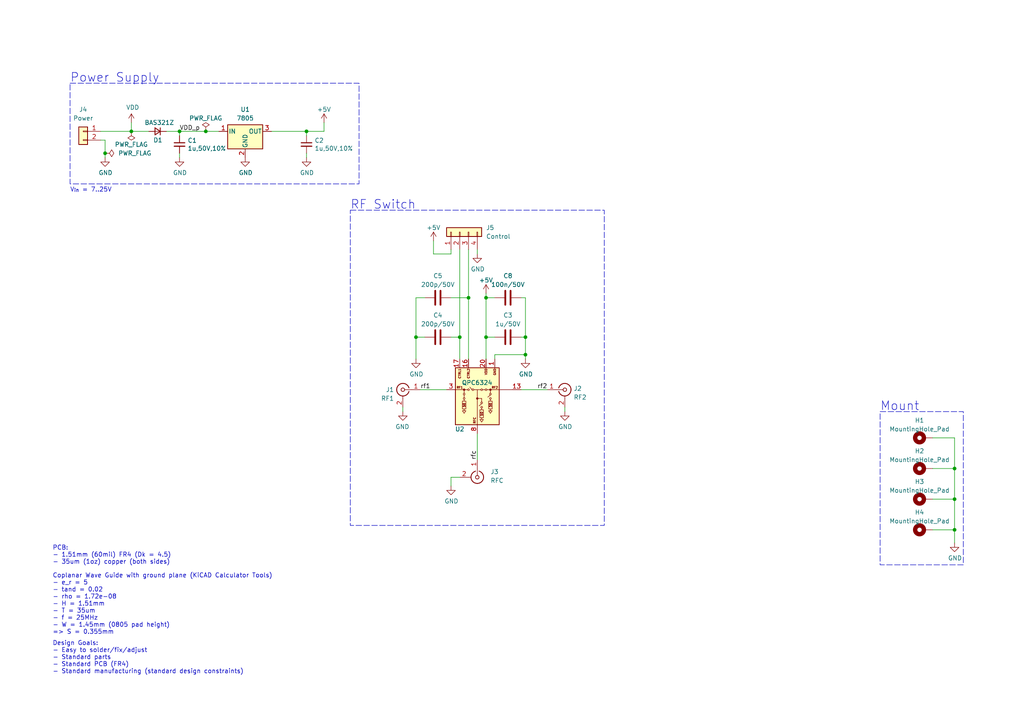
<source format=kicad_sch>
(kicad_sch (version 20230121) (generator eeschema)
  (paper "A4")
  (title_block (title "T/R Switch") (date "2023-06-19") (rev "1") (company "ETH Zürich") (comment 1 "Maximilian Stabel") (comment 2 "Based on the Qorvo Evaluation Board for the QPC6324"))
  (lib_symbols
    (symbol "Connector:Conn_Coaxial" (pin_names (offset 1.016) hide)
      (property "Reference" "J" (at 0.254 3.048 0))
      (property "Value" "Conn_Coaxial" (at 2.921 0 90))
      (symbol "Conn_Coaxial_0_1"
        (arc (start -1.778 -0.508) (mid 0.2311 -1.8066) (end 1.778 0) (stroke (width 0.254)))
        (polyline (pts (xy -2.54 0) (xy -0.508 0)))
        (polyline (pts (xy 0 -2.54) (xy 0 -1.778)))
        (circle (center 0 0) (radius 0.508) (stroke (width 0.2032)))
        (arc (start 1.778 0) (mid 0.2099 1.8101) (end -1.778 0.508) (stroke (width 0.254)))
      )
      (symbol "Conn_Coaxial_1_1"
        (pin passive line (at -5.08 0 0) (length 2.54) (name "In") (number "1"))
        (pin passive line (at 0 -5.08 90) (length 2.54) (name "Ext") (number "2"))
      )
    )
    (symbol "Connector_Generic:Conn_01x02" (pin_names (offset 1.016) hide)
      (property "Reference" "J" (at 0 2.54 0))
      (property "Value" "Conn_01x02" (at 0 -5.08 0))
      (symbol "Conn_01x02_1_1"
        (rectangle (start -1.27 -2.413) (end 0 -2.667) (stroke (width 0.1524)))
        (rectangle (start -1.27 0.127) (end 0 -0.127) (stroke (width 0.1524)))
        (rectangle (start -1.27 1.27) (end 1.27 -3.81) (stroke (width 0.254)) (fill (type background)))
        (pin passive line (at -5.08 0 0) (length 3.81) (name "Pin_1") (number "1"))
        (pin passive line (at -5.08 -2.54 0) (length 3.81) (name "Pin_2") (number "2"))
      )
    )
    (symbol "Connector_Generic:Conn_01x04" (pin_names (offset 1.016) hide)
      (property "Reference" "J" (at 0 5.08 0))
      (property "Value" "Conn_01x04" (at 0 -7.62 0))
      (symbol "Conn_01x04_1_1"
        (rectangle (start -1.27 -4.953) (end 0 -5.207) (stroke (width 0.1524)))
        (rectangle (start -1.27 -2.413) (end 0 -2.667) (stroke (width 0.1524)))
        (rectangle (start -1.27 0.127) (end 0 -0.127) (stroke (width 0.1524)))
        (rectangle (start -1.27 2.667) (end 0 2.413) (stroke (width 0.1524)))
        (rectangle (start -1.27 3.81) (end 1.27 -6.35) (stroke (width 0.254)) (fill (type background)))
        (pin passive line (at -5.08 2.54 0) (length 3.81) (name "Pin_1") (number "1"))
        (pin passive line (at -5.08 0 0) (length 3.81) (name "Pin_2") (number "2"))
        (pin passive line (at -5.08 -2.54 0) (length 3.81) (name "Pin_3") (number "3"))
        (pin passive line (at -5.08 -5.08 0) (length 3.81) (name "Pin_4") (number "4"))
      )
    )
    (symbol "Device:C" (pin_numbers hide) (pin_names (offset 0.254))
      (property "Reference" "C" (at 0.635 2.54 0))
      (property "Value" "C" (at 0.635 -2.54 0))
      (symbol "C_0_1"
        (polyline (pts (xy -2.032 -0.762) (xy 2.032 -0.762)) (stroke (width 0.508)))
        (polyline (pts (xy -2.032 0.762) (xy 2.032 0.762)) (stroke (width 0.508)))
      )
      (symbol "C_1_1"
        (pin passive line (at 0 3.81 270) (length 2.794) (name "~") (number "1"))
        (pin passive line (at 0 -3.81 90) (length 2.794) (name "~") (number "2"))
      )
    )
    (symbol "Device:C_Small" (pin_numbers hide) (pin_names (offset 0.254) hide)
      (property "Reference" "C" (at 0.254 1.778 0))
      (property "Value" "C_Small" (at 0.254 -2.032 0))
      (symbol "C_Small_0_1"
        (polyline (pts (xy -1.524 -0.508) (xy 1.524 -0.508)) (stroke (width 0.3302)))
        (polyline (pts (xy -1.524 0.508) (xy 1.524 0.508)) (stroke (width 0.3048)))
      )
      (symbol "C_Small_1_1"
        (pin passive line (at 0 2.54 270) (length 2.032) (name "~") (number "1"))
        (pin passive line (at 0 -2.54 90) (length 2.032) (name "~") (number "2"))
      )
    )
    (symbol "Device:D_Small" (pin_numbers hide) (pin_names (offset 0.254) hide)
      (property "Reference" "D" (at -1.27 2.032 0))
      (property "Value" "D_Small" (at -3.81 -2.032 0))
      (symbol "D_Small_0_1"
        (polyline (pts (xy -0.762 -1.016) (xy -0.762 1.016)) (stroke (width 0.254)))
        (polyline (pts (xy -0.762 0) (xy 0.762 0)))
        (polyline (pts (xy 0.762 -1.016) (xy -0.762 0) (xy 0.762 1.016) (xy 0.762 -1.016)) (stroke (width 0.254)))
      )
      (symbol "D_Small_1_1"
        (pin passive line (at -2.54 0 0) (length 1.778) (name "K") (number "1"))
        (pin passive line (at 2.54 0 180) (length 1.778) (name "A") (number "2"))
      )
    )
    (symbol "Mechanical:MountingHole_Pad" (pin_numbers hide) (pin_names (offset 1.016) hide)
      (property "Reference" "H" (at 0 6.35 0))
      (property "Value" "MountingHole_Pad" (at 0 4.445 0))
      (symbol "MountingHole_Pad_0_1"
        (circle (center 0 1.27) (radius 1.27) (stroke (width 1.27)))
      )
      (symbol "MountingHole_Pad_1_1"
        (pin input line (at 0 -2.54 90) (length 2.54) (name "1") (number "1"))
      )
    )
    (symbol "Regulator_Linear:L7805" (pin_names (offset 0.254))
      (property "Reference" "U" (at -3.81 3.175 0))
      (property "Value" "L7805" (at 0 3.175 0))
      (symbol "L7805_0_1"
        (rectangle (start -5.08 1.905) (end 5.08 -5.08) (stroke (width 0.254)) (fill (type background)))
      )
      (symbol "L7805_1_1"
        (pin power_in line (at -7.62 0 0) (length 2.54) (name "IN") (number "1"))
        (pin power_in line (at 0 -7.62 90) (length 2.54) (name "GND") (number "2"))
        (pin power_out line (at 7.62 0 180) (length 2.54) (name "OUT") (number "3"))
      )
    )
    (symbol "power:+5V" (power) (pin_names (offset 0))
      (property "Value" "+5V" (at 0 3.556 0))
      (symbol "+5V_0_1"
        (polyline (pts (xy -0.762 1.27) (xy 0 2.54)))
        (polyline (pts (xy 0 0) (xy 0 2.54)))
        (polyline (pts (xy 0 2.54) (xy 0.762 1.27)))
      )
      (symbol "+5V_1_1"
        (pin power_in line (at 0 0 90) (length 0) hide (name "+5V") (number "1"))
      )
    )
    (symbol "power:GND" (power) (pin_names (offset 0))
      (property "Value" "GND" (at 0 -3.81 0))
      (symbol "GND_0_1"
        (polyline (pts (xy 0 0) (xy 0 -1.27) (xy 1.27 -1.27) (xy 0 -2.54) (xy -1.27 -1.27) (xy 0 -1.27)))
      )
      (symbol "GND_1_1"
        (pin power_in line (at 0 0 270) (length 0) hide (name "GND") (number "1"))
      )
    )
    (symbol "power:PWR_FLAG" (power) (pin_numbers hide) (pin_names (offset 0) hide)
      (property "Value" "PWR_FLAG" (at 0 3.81 0))
      (symbol "PWR_FLAG_0_0"
        (pin power_out line (at 0 0 90) (length 0) (name "pwr") (number "1"))
      )
      (symbol "PWR_FLAG_0_1"
        (polyline (pts (xy 0 0) (xy 0 1.27) (xy -1.016 1.905) (xy 0 2.54) (xy 1.016 1.905) (xy 0 1.27)))
      )
    )
    (symbol "power:VDD" (power) (pin_names (offset 0))
      (property "Value" "VDD" (at 0 3.81 0))
      (symbol "VDD_0_1"
        (polyline (pts (xy -0.762 1.27) (xy 0 2.54)))
        (polyline (pts (xy 0 0) (xy 0 2.54)))
        (polyline (pts (xy 0 2.54) (xy 0.762 1.27)))
      )
      (symbol "VDD_1_1"
        (pin power_in line (at 0 0 90) (length 0) hide (name "VDD") (number "1"))
      )
    )
    (symbol "tr_switch:QPC6324"
      (property "Reference" "U" (at -6.35 -10.541 0))
      (property "Value" "QPC6324" (at 0 1.905 0))
      (symbol "QPC6324_0_0"
        (text "50" (at -3.81 -4.445 900) (effects (font (size 0.635 0.635))))
        (text "50" (at 1.27 -6.985 900) (effects (font (size 0.635 0.635))))
        (text "50" (at 3.81 -4.445 900) (effects (font (size 0.635 0.635))))
      )
      (symbol "QPC6324_0_1"
        (rectangle (start -6.35 6.35) (end 6.35 -10.16) (stroke (width 0.254)) (fill (type background)))
        (rectangle (start -4.318 -3.302) (end -3.302 -5.588))
        (circle (center -3.81 -2.54) (radius 0.254))
        (circle (center -3.81 -1.27) (radius 0.254))
        (circle (center -3.81 0) (radius 0.254) (fill (type outline)))
        (circle (center -2.54 0) (radius 0.254))
        (circle (center -1.27 0) (radius 0.254))
        (circle (center 0 -2.54) (radius 0.254) (fill (type outline)))
        (polyline (pts (xy -3.81 -2.794) (xy -3.81 -3.302)))
        (polyline (pts (xy -3.81 -1.016) (xy -3.81 0)))
        (polyline (pts (xy -2.794 0) (xy -6.35 0)))
        (polyline (pts (xy -1.524 0) (xy -2.159 0.762)))
        (polyline (pts (xy -1.016 0) (xy 1.016 0)))
        (polyline (pts (xy 0 0) (xy 0 -10.16)))
        (polyline (pts (xy 1.27 -5.334) (xy 1.27 -5.842)))
        (polyline (pts (xy 1.27 -4.064) (xy 0.508 -4.699)))
        (polyline (pts (xy 1.27 -3.556) (xy 1.27 -2.54)))
        (polyline (pts (xy 1.27 -2.54) (xy 0 -2.54)))
        (polyline (pts (xy 1.524 0) (xy 2.286 0)))
        (polyline (pts (xy 2.794 0) (xy 10.16 0)))
        (polyline (pts (xy 3.81 -2.794) (xy 3.81 -3.302)))
        (polyline (pts (xy 3.81 -1.524) (xy 3.048 -2.159)))
        (polyline (pts (xy 3.81 -1.016) (xy 3.81 0)))
        (polyline (pts (xy -3.81 -5.588) (xy -3.81 -6.096) (xy -4.318 -6.096) (xy -3.81 -6.858) (xy -3.302 -6.096) (xy -3.81 -6.096)))
        (polyline (pts (xy 1.27 -8.128) (xy 1.27 -8.636) (xy 0.762 -8.636) (xy 1.27 -9.398) (xy 1.778 -8.636) (xy 1.27 -8.636)))
        (polyline (pts (xy 3.81 -5.588) (xy 3.81 -6.096) (xy 3.302 -6.096) (xy 3.81 -6.858) (xy 4.318 -6.096) (xy 3.81 -6.096)))
        (rectangle (start 0.762 -5.842) (end 1.778 -8.128))
        (circle (center 1.27 -5.08) (radius 0.254))
        (circle (center 1.27 -3.81) (radius 0.254))
        (circle (center 1.27 0) (radius 0.254))
        (circle (center 2.54 0) (radius 0.254))
        (rectangle (start 3.302 -3.302) (end 4.318 -5.588))
        (circle (center 3.81 -2.54) (radius 0.254))
        (circle (center 3.81 -1.27) (radius 0.254))
        (circle (center 3.81 0) (radius 0.254) (fill (type outline)))
      )
      (symbol "QPC6324_1_1"
        (polyline (pts (xy -3.81 -1.524) (xy -3.81 -2.286)))
        (text "CTRL1" (at -5.08 6.223 900) (effects (font (size 0.635 0.635)) (justify right)))
        (text "CTRL2" (at -2.54 6.223 900) (effects (font (size 0.635 0.635)) (justify right)))
        (text "GND" (at 5.08 6.223 900) (effects (font (size 0.635 0.635)) (justify right)))
        (text "RF1" (at -5.08 0.635 0) (effects (font (size 0.635 0.635))))
        (text "RF2" (at 5.08 0.635 0) (effects (font (size 0.635 0.635))))
        (text "RFC" (at -0.762 -8.89 900) (effects (font (size 0.635 0.635))))
        (text "VDD" (at 2.54 6.223 900) (effects (font (size 0.635 0.635)) (justify right)))
        (pin power_in line (at 5.08 8.89 270) (length 2.54) (name "") (number "1"))
        (pin passive line (at 5.08 8.89 270) (length 2.54) hide (name "GND") (number "10"))
        (pin passive line (at 5.08 8.89 270) (length 2.54) hide (name "GND") (number "11"))
        (pin passive line (at 5.08 8.89 270) (length 2.54) hide (name "GND") (number "12"))
        (pin passive line (at 12.7 0 180) (length 2.54) (name "") (number "13"))
        (pin passive line (at 5.08 8.89 270) (length 2.54) hide (name "GND") (number "14"))
        (pin passive line (at 5.08 8.89 270) (length 2.54) hide (name "GND") (number "15"))
        (pin input line (at -2.54 8.89 270) (length 2.54) (name "") (number "16"))
        (pin input line (at -5.08 8.89 270) (length 2.54) (name "") (number "17"))
        (pin passive line (at 5.08 8.89 270) (length 2.54) hide (name "GND") (number "18"))
        (pin passive line (at 5.08 8.89 270) (length 2.54) hide (name "GND") (number "19"))
        (pin passive line (at 5.08 8.89 270) (length 2.54) hide (name "GND") (number "2"))
        (pin no_connect line (at 12.7 -5.08 180) (length 2.54) hide (name "NC") (number "2"))
        (pin power_in line (at 2.54 8.89 270) (length 2.54) (name "") (number "20"))
        (pin passive line (at 5.08 8.89 270) (length 2.54) hide (name "GND") (number "21"))
        (pin passive line (at -8.89 0 0) (length 2.54) (name "") (number "3"))
        (pin passive line (at 5.08 8.89 270) (length 2.54) hide (name "GND") (number "4"))
        (pin passive line (at 5.08 8.89 270) (length 2.54) hide (name "GND") (number "5"))
        (pin passive line (at 5.08 8.89 270) (length 2.54) hide (name "GND") (number "6"))
        (pin passive line (at 5.08 8.89 270) (length 2.54) hide (name "GND") (number "7"))
        (pin passive line (at 0 -12.7 90) (length 2.54) (name "") (number "8"))
        (pin passive line (at 5.08 8.89 270) (length 2.54) hide (name "GND") (number "9"))
      )
    )
  )
  (junction (at 52.07 38.1))
  (junction (at 152.4 97.79))
  (junction (at 38.1 38.1))
  (junction (at 30.48 44.45))
  (junction (at 152.4 102.87))
  (junction (at 59.69 38.1))
  (junction (at 140.97 86.36))
  (junction (at 135.89 86.36))
  (junction (at 133.35 97.79))
  (junction (at 120.65 97.79))
  (junction (at 276.86 153.67))
  (junction (at 276.86 135.89))
  (junction (at 140.97 97.79))
  (junction (at 276.86 144.78))
  (junction (at 88.9 38.1))
  (wire (pts (xy 125.73 69.85) (xy 125.73 73.66)))
  (wire (pts (xy 38.1 38.1) (xy 43.18 38.1)))
  (wire (pts (xy 276.86 135.89) (xy 276.86 144.78)))
  (wire (pts (xy 152.4 97.79) (xy 152.4 102.87)))
  (wire (pts (xy 140.97 97.79) (xy 140.97 104.14)))
  (wire (pts (xy 116.84 118.11) (xy 116.84 119.38)))
  (wire (pts (xy 52.07 39.37) (xy 52.07 38.1)))
  (wire (pts (xy 135.89 72.39) (xy 135.89 86.36)))
  (wire (pts (xy 93.98 35.56) (xy 93.98 38.1)))
  (wire (pts (xy 78.74 38.1) (xy 88.9 38.1)))
  (wire (pts (xy 48.26 38.1) (xy 52.07 38.1)))
  (wire (pts (xy 133.35 97.79) (xy 133.35 104.14)))
  (wire (pts (xy 135.89 86.36) (xy 135.89 104.14)))
  (wire (pts (xy 152.4 86.36) (xy 151.13 86.36)))
  (wire (pts (xy 130.81 140.97) (xy 130.81 138.43)))
  (wire (pts (xy 163.83 118.11) (xy 163.83 119.38)))
  (wire (pts (xy 88.9 39.37) (xy 88.9 38.1)))
  (wire (pts (xy 152.4 102.87) (xy 152.4 104.14)))
  (wire (pts (xy 52.07 38.1) (xy 59.69 38.1)))
  (wire (pts (xy 140.97 86.36) (xy 140.97 97.79)))
  (wire (pts (xy 140.97 86.36) (xy 143.51 86.36)))
  (wire (pts (xy 140.97 97.79) (xy 143.51 97.79)))
  (wire (pts (xy 120.65 104.14) (xy 120.65 97.79)))
  (wire (pts (xy 30.48 40.64) (xy 29.21 40.64)))
  (wire (pts (xy 130.81 138.43) (xy 133.35 138.43)))
  (wire (pts (xy 138.43 72.39) (xy 138.43 73.66)))
  (wire (pts (xy 125.73 73.66) (xy 130.81 73.66)))
  (wire (pts (xy 276.86 127) (xy 276.86 135.89)))
  (wire (pts (xy 93.98 38.1) (xy 88.9 38.1)))
  (wire (pts (xy 270.51 144.78) (xy 276.86 144.78)))
  (wire (pts (xy 130.81 73.66) (xy 130.81 72.39)))
  (wire (pts (xy 152.4 97.79) (xy 152.4 86.36)))
  (wire (pts (xy 121.92 113.03) (xy 129.54 113.03)))
  (wire (pts (xy 130.81 97.79) (xy 133.35 97.79)))
  (wire (pts (xy 120.65 97.79) (xy 120.65 86.36)))
  (wire (pts (xy 151.13 97.79) (xy 152.4 97.79)))
  (wire (pts (xy 270.51 127) (xy 276.86 127)))
  (wire (pts (xy 276.86 153.67) (xy 276.86 157.48)))
  (wire (pts (xy 143.51 102.87) (xy 143.51 104.14)))
  (wire (pts (xy 276.86 144.78) (xy 276.86 153.67)))
  (wire (pts (xy 30.48 45.72) (xy 30.48 44.45)))
  (wire (pts (xy 52.07 45.72) (xy 52.07 44.45)))
  (wire (pts (xy 88.9 45.72) (xy 88.9 44.45)))
  (wire (pts (xy 130.81 86.36) (xy 135.89 86.36)))
  (wire (pts (xy 38.1 35.56) (xy 38.1 38.1)))
  (wire (pts (xy 140.97 85.09) (xy 140.97 86.36)))
  (wire (pts (xy 120.65 86.36) (xy 123.19 86.36)))
  (wire (pts (xy 270.51 153.67) (xy 276.86 153.67)))
  (wire (pts (xy 151.13 113.03) (xy 158.75 113.03)))
  (wire (pts (xy 30.48 44.45) (xy 30.48 40.64)))
  (wire (pts (xy 138.43 125.73) (xy 138.43 133.35)))
  (wire (pts (xy 133.35 72.39) (xy 133.35 97.79)))
  (wire (pts (xy 270.51 135.89) (xy 276.86 135.89)))
  (wire (pts (xy 120.65 97.79) (xy 123.19 97.79)))
  (wire (pts (xy 29.21 38.1) (xy 38.1 38.1)))
  (wire (pts (xy 152.4 102.87) (xy 143.51 102.87)))
  (wire (pts (xy 59.69 38.1) (xy 63.5 38.1)))
  (rectangle (start 20.32 24.13) (end 104.14 53.34) (stroke (width 0) (type dash)))
  (rectangle (start 101.6 60.96) (end 175.26 152.4) (stroke (width 0) (type dash)))
  (rectangle (start 255.27 119.38) (end 279.4 163.83) (stroke (width 0) (type dash)))
  (text "V_{in} = 7..25V" (at 20.32 55.88 0) (effects (font (size 1.27 1.27)) (justify left bottom)))
  (text "Mount" (at 255.27 119.38 0) (effects (font (size 2.54 2.54)) (justify left bottom)))
  (text "PCB:\n- 1.51mm (60mil) FR4 (Dk = 4.5)\n- 35um (1oz) copper (both sides)" (at 15.24 163.83 0) (effects (font (size 1.27 1.27)) (justify left bottom)))
  (text "Coplanar Wave Guide with ground plane (KiCAD Calculator Tools)\n- e_r = 5\n- tand = 0.02\n- rho = 1.72e-08\n- H = 1.51mm\n- T = 35um\n- f = 25MHz\n- W = 1.45mm (0805 pad height)\n=> S = 0.355mm" (at 15.24 184.15 0) (effects (font (size 1.27 1.27)) (justify left bottom)))
  (text "RF Switch" (at 101.6 60.96 0) (effects (font (size 2.54 2.54)) (justify left bottom)))
  (text "Power Supply" (at 20.32 24.13 0) (effects (font (size 2.54 2.54)) (justify left bottom)))
  (text "Design Goals:\n- Easy to solder/fix/adjust\n- Standard parts\n- Standard PCB (FR4)\n- Standard manufacturing (standard design constraints)" (at 15.24 195.58 0) (effects (font (size 1.27 1.27)) (justify left bottom)))
  (label "rf1" (at 121.92 113.03 0))
  (label "VDD_p" (at 52.07 38.1 0))
  (label "rfc" (at 138.43 133.35 90))
  (label "rf2" (at 158.75 113.03 180))
  (symbol (lib_id "power:GND") (at 152.4 104.14 0) (unit 1)
    (property "Reference" "#PWR011" (effects hide))
    (property "Value" "GND" (at 152.527 108.5342 0))
  )
  (symbol (lib_id "power:VDD") (at 38.1 35.56 0) (unit 1)
    (property "Reference" "#PWR05" (effects hide))
    (property "Value" "VDD" (at 38.481 31.1658 0))
  )
  (symbol (lib_id "Device:C_Small") (at 88.9 41.91 0) (unit 1)
    (property "Reference" "C2" (at 91.2368 40.7416 0) (effects (justify left)))
    (property "Value" "1u,50V,10%" (at 91.2368 43.053 0) (effects (justify left)))
    (property "Footprint" "Capacitor_SMD:C_0805_2012Metric" (effects hide))
    (property "Datasheet" "https://www.mouser.ch/datasheet/2/585/MLCC-1837944.pdf" (effects hide))
    (property "MPN" "CL21B105KBFNNNG" (effects hide))
    (property "Mouser" "187-CL21B105KBFNNNG" (effects hide))
  )
  (symbol (lib_id "power:GND") (at 30.48 45.72 0) (unit 1)
    (property "Reference" "#PWR04" (effects hide))
    (property "Value" "GND" (at 30.607 50.1142 0))
  )
  (symbol (lib_id "tr_switch:QPC6324") (at 138.43 113.03 0) (unit 1)
    (property "Reference" "U2" (at 133.35 124.46 0))
    (property "Value" "QPC6324" (at 138.3869 110.9983 0))
    (property "Footprint" "tr_switch:QFN-20-1EP_4x4mm_P0.5mm_EP2x2mm_HandSolder" (effects hide))
    (property "Datasheet" "https://www.qorvo.com/products/d/da006332" (effects hide))
    (property "MPN" "QPC6324" (effects hide))
  )
  (symbol (lib_id "Device:C_Small") (at 52.07 41.91 0) (unit 1)
    (property "Reference" "C1" (at 54.4068 40.7416 0) (effects (justify left)))
    (property "Value" "1u,50V,10%" (at 54.4068 43.053 0) (effects (justify left)))
    (property "Footprint" "Capacitor_SMD:C_0805_2012Metric" (effects hide))
    (property "Datasheet" "https://www.mouser.ch/datasheet/2/585/MLCC-1837944.pdf" (effects hide))
    (property "MPN" "CL21B105KBFNNNG" (effects hide))
    (property "Mouser" "187-CL21B105KBFNNNG" (effects hide))
  )
  (symbol (lib_id "power:GND") (at 130.81 140.97 0) (unit 1)
    (property "Reference" "#PWR010" (effects hide))
    (property "Value" "GND" (at 130.937 145.3642 0))
  )
  (symbol (lib_id "Connector:Conn_Coaxial") (at 163.83 113.03 0) (unit 1)
    (property "Reference" "J2" (at 166.37 112.6882 0) (effects (justify left)))
    (property "Value" "RF2" (at 166.37 115.2282 0) (effects (justify left)))
    (property "Footprint" "Connector_Coaxial:SMA_Molex_73251-1153_EdgeMount_Horizontal" (effects hide))
    (property "Datasheet" " ~" (effects hide))
    (property "MPN" "142-0701-851" (effects hide))
    (property "Mouser" "530-142-0701-851 " (effects hide))
  )
  (symbol (lib_id "Mechanical:MountingHole_Pad") (at 267.97 153.67 90) (unit 1) (in_bom no)
    (property "Reference" "H4" (at 266.7 148.59 90))
    (property "Value" "MountingHole_Pad" (at 266.7 151.13 90))
    (property "Footprint" "MountingHole:MountingHole_2.2mm_M2_Pad_Via" (effects hide))
  )
  (symbol (lib_id "Connector_Generic:Conn_01x04") (at 133.35 67.31 90) (unit 1)
    (property "Reference" "J5" (at 140.97 66.04 90) (effects (justify right)))
    (property "Value" "Control" (at 140.97 68.58 90) (effects (justify right)))
    (property "Footprint" "Connector_PinHeader_2.54mm:PinHeader_1x04_P2.54mm_Vertical" (effects hide))
    (property "MPN" "68491-102HLF " (effects hide))
    (property "Mouser" "649-68491-102HLF" (effects hide))
  )
  (symbol (lib_id "power:GND") (at 138.43 73.66 0) (unit 1)
    (property "Reference" "#PWR015" (effects hide))
    (property "Value" "GND" (at 138.557 78.0542 0))
  )
  (symbol (lib_id "power:GND") (at 88.9 45.72 0) (unit 1)
    (property "Reference" "#PWR08" (effects hide))
    (property "Value" "GND" (at 89.027 50.1142 0))
  )
  (symbol (lib_id "Device:C") (at 147.32 97.79 90) (unit 1)
    (property "Reference" "C3" (at 147.32 91.44 90))
    (property "Value" "1u/50V" (at 147.32 93.98 90))
    (property "Footprint" "Capacitor_SMD:C_0805_2012Metric" (effects hide))
    (property "Mouser" "80-C0805C104J5R" (effects hide))
  )
  (symbol (lib_id "Device:C") (at 127 97.79 90) (unit 1)
    (property "Reference" "C4" (at 127 91.44 90))
    (property "Value" "200p/50V" (at 127 93.98 90))
    (property "Footprint" "Capacitor_SMD:C_0805_2012Metric" (effects hide))
  )
  (symbol (lib_id "power:GND") (at 276.86 157.48 0) (unit 1)
    (property "Reference" "#PWR01" (effects hide))
    (property "Value" "GND" (at 276.987 161.8742 0))
  )
  (symbol (lib_id "Regulator_Linear:L7805") (at 71.12 38.1 0) (unit 1)
    (property "Reference" "U1" (at 71.12 31.75 0))
    (property "Value" "7805" (at 71.12 34.29 0))
    (property "Footprint" "Package_TO_SOT_SMD:SOT-223-3_TabPin2" (effects hide))
    (property "Datasheet" "https://www.ti.com/lit/ds/symlink/ua78m.pdf" (effects hide))
    (property "MPN" "UA78M05IDCYR" (effects hide))
    (property "Mouser" "595-UA78M05IDCYR" (effects hide))
  )
  (symbol (lib_id "Device:C") (at 147.32 86.36 90) (unit 1)
    (property "Reference" "C8" (at 147.32 80.01 90))
    (property "Value" "100n/50V" (at 147.32 82.55 90))
    (property "Footprint" "Capacitor_SMD:C_0805_2012Metric" (effects hide))
    (property "MPN" "C0805C104J5RACTU" (effects hide))
    (property "Mouser" "80-C0805C104J5R" (effects hide))
  )
  (symbol (lib_id "Device:D_Small") (at 45.72 38.1 180) (unit 1)
    (property "Reference" "D1" (at 44.45 40.64 0) (effects (justify right)))
    (property "Value" "BAS321Z" (at 41.91 35.56 0) (effects (justify right)))
    (property "Footprint" "Diode_SMD:D_SOD-323_HandSoldering" (effects hide))
    (property "Datasheet" "https://rocelec.widen.net/view/pdf/ofhvo8bugp/NEXP-S-A0003060012-1.pdf" (effects hide))
    (property "MPN" "BAS321Z " (effects hide))
    (property "Mouser" "771-BAS321Z " (effects hide))
    (property "DigiKey" "1727-BAS321ZCT-ND" (effects hide))
  )
  (symbol (lib_id "Connector:Conn_Coaxial") (at 138.43 138.43 270) (unit 1)
    (property "Reference" "J3" (at 142.24 136.8425 90) (effects (justify left)))
    (property "Value" "RFC" (at 142.24 139.3825 90) (effects (justify left)))
    (property "Footprint" "Connector_Coaxial:SMA_Molex_73251-1153_EdgeMount_Horizontal" (effects hide))
    (property "Datasheet" " ~" (effects hide))
    (property "MPN" "142-0701-851" (effects hide))
    (property "Mouser" "530-142-0701-851 " (effects hide))
  )
  (symbol (lib_id "power:GND") (at 163.83 119.38 0) (unit 1)
    (property "Reference" "#PWR03" (effects hide))
    (property "Value" "GND" (at 163.957 123.7742 0))
  )
  (symbol (lib_id "power:PWR_FLAG") (at 30.48 44.45 270) (unit 1)
    (property "Reference" "#FLG01" (effects hide))
    (property "Value" "PWR_FLAG" (at 34.29 44.45 90) (effects (justify left)))
  )
  (symbol (lib_id "power:GND") (at 116.84 119.38 0) (mirror y) (unit 1)
    (property "Reference" "#PWR02" (effects hide))
    (property "Value" "GND" (at 116.713 123.7742 0))
  )
  (symbol (lib_id "Device:C") (at 127 86.36 90) (unit 1)
    (property "Reference" "C5" (at 127 80.01 90))
    (property "Value" "200p/50V" (at 127 82.55 90))
    (property "Footprint" "Capacitor_SMD:C_0805_2012Metric" (effects hide))
  )
  (symbol (lib_id "Connector:Conn_Coaxial") (at 116.84 113.03 0) (mirror y) (unit 1)
    (property "Reference" "J1" (at 114.3 113.03 0) (effects (justify left)))
    (property "Value" "RF1" (at 114.3 115.57 0) (effects (justify left)))
    (property "Footprint" "Connector_Coaxial:SMA_Molex_73251-1153_EdgeMount_Horizontal" (effects hide))
    (property "Datasheet" "https://www.farnell.com/datasheets/2048997.pdf" (effects hide))
    (property "MPN" "142-0701-851" (effects hide))
    (property "Mouser" "530-142-0701-851 " (effects hide))
  )
  (symbol (lib_id "Connector_Generic:Conn_01x02") (at 24.13 38.1 0) (mirror y) (unit 1)
    (property "Reference" "J4" (at 24.13 31.75 0))
    (property "Value" "Power" (at 24.13 34.29 0))
    (property "Footprint" "Connector_PinHeader_2.54mm:PinHeader_1x02_P2.54mm_Vertical" (effects hide))
    (property "MPN" "68491-102HLF " (effects hide))
    (property "Mouser" "649-68491-102HLF" (effects hide))
  )
  (symbol (lib_id "Mechanical:MountingHole_Pad") (at 267.97 127 90) (unit 1) (in_bom no)
    (property "Reference" "H1" (at 266.7 121.92 90))
    (property "Value" "MountingHole_Pad" (at 266.7 124.46 90))
    (property "Footprint" "MountingHole:MountingHole_2.2mm_M2_Pad_Via" (effects hide))
  )
  (symbol (lib_id "power:GND") (at 71.12 45.72 0) (unit 1)
    (property "Reference" "#PWR07" (effects hide))
    (property "Value" "GND" (at 71.247 50.1142 0))
  )
  (symbol (lib_id "power:PWR_FLAG") (at 38.1 38.1 180) (unit 1)
    (property "Reference" "#FLG02" (effects hide))
    (property "Value" "PWR_FLAG" (at 38.1 41.91 0))
  )
  (symbol (lib_id "power:PWR_FLAG") (at 59.69 38.1 0) (unit 1)
    (property "Reference" "#FLG03" (effects hide))
    (property "Value" "PWR_FLAG" (at 59.69 34.29 0))
  )
  (symbol (lib_id "power:+5V") (at 125.73 69.85 0) (unit 1)
    (property "Reference" "#PWR014" (effects hide))
    (property "Value" "+5V" (at 125.73 66.04 0))
  )
  (symbol (lib_id "power:+5V") (at 140.97 85.09 0) (unit 1)
    (property "Reference" "#PWR012" (effects hide))
    (property "Value" "+5V" (at 140.97 81.28 0))
  )
  (symbol (lib_id "Mechanical:MountingHole_Pad") (at 267.97 135.89 90) (unit 1) (in_bom no)
    (property "Reference" "H2" (at 266.7 130.81 90))
    (property "Value" "MountingHole_Pad" (at 266.7 133.35 90))
    (property "Footprint" "MountingHole:MountingHole_2.2mm_M2_Pad_Via" (effects hide))
  )
  (symbol (lib_id "Mechanical:MountingHole_Pad") (at 267.97 144.78 90) (unit 1) (in_bom no)
    (property "Reference" "H3" (at 266.7 139.7 90))
    (property "Value" "MountingHole_Pad" (at 266.7 142.24 90))
    (property "Footprint" "MountingHole:MountingHole_2.2mm_M2_Pad_Via" (effects hide))
  )
  (symbol (lib_id "power:GND") (at 120.65 104.14 0) (unit 1)
    (property "Reference" "#PWR013" (effects hide))
    (property "Value" "GND" (at 120.777 108.5342 0))
  )
  (symbol (lib_id "power:+5V") (at 93.98 35.56 0) (unit 1)
    (property "Reference" "#PWR09" (effects hide))
    (property "Value" "+5V" (at 93.98 31.75 0))
  )
  (symbol (lib_id "power:GND") (at 52.07 45.72 0) (unit 1)
    (property "Reference" "#PWR06" (effects hide))
    (property "Value" "GND" (at 52.197 50.1142 0))
  )
)
</source>
